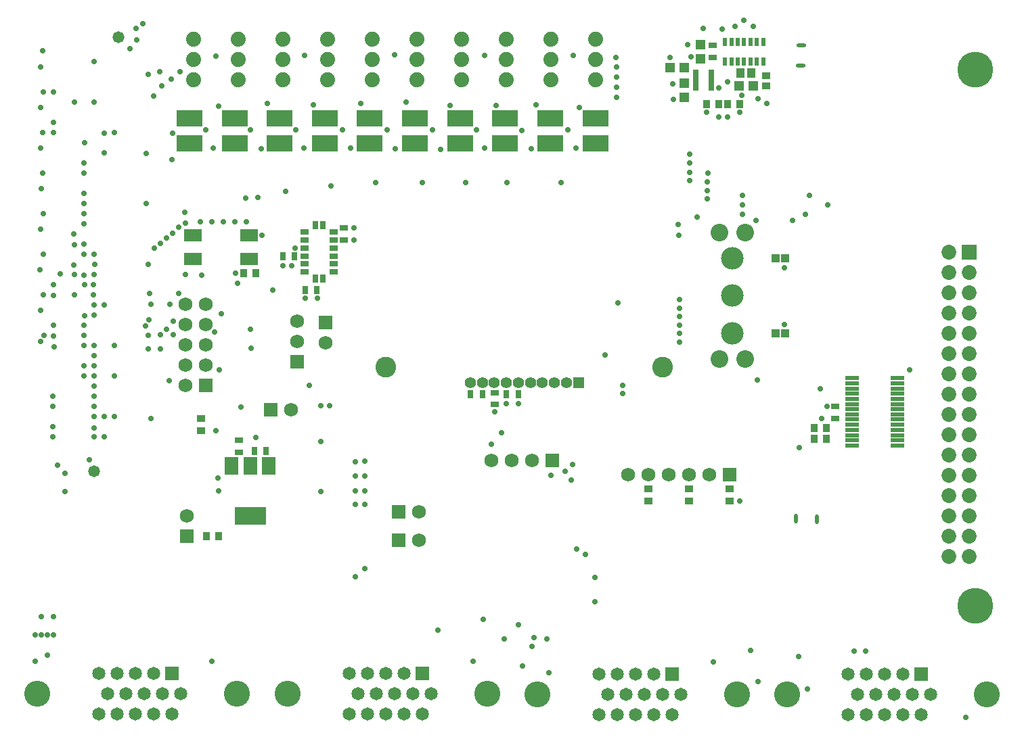
<source format=gts>
G04*
G04 #@! TF.GenerationSoftware,Altium Limited,Altium Designer,20.0.10 (225)*
G04*
G04 Layer_Color=8388736*
%FSLAX25Y25*%
%MOIN*%
G70*
G01*
G75*
%ADD19R,0.12800X0.08400*%
%ADD20R,0.02729X0.02572*%
%ADD21R,0.06600X0.02200*%
%ADD22R,0.06706X0.08674*%
%ADD23R,0.15761X0.08674*%
%ADD24R,0.04200X0.03000*%
%ADD25R,0.03000X0.04200*%
%ADD26R,0.08674X0.06312*%
%ADD27R,0.02375X0.04107*%
%ADD28R,0.02572X0.04147*%
%ADD29R,0.04147X0.02572*%
%ADD30R,0.03950X0.04343*%
%ADD31R,0.03556X0.04343*%
%ADD32R,0.04147X0.03556*%
%ADD33R,0.05131X0.05131*%
%ADD34R,0.05131X0.05131*%
%ADD35R,0.04343X0.04737*%
%ADD36R,0.04343X0.03556*%
%ADD37C,0.05800*%
%ADD38C,0.10249*%
%ADD39C,0.05556*%
%ADD40R,0.05556X0.05556*%
%ADD41C,0.12800*%
%ADD42C,0.06500*%
%ADD43R,0.06500X0.06500*%
%ADD44C,0.07400*%
%ADD45C,0.08700*%
%ADD46C,0.11100*%
%ADD47O,0.01800X0.04800*%
%ADD48O,0.04800X0.01800*%
%ADD49C,0.07296*%
%ADD50R,0.07296X0.07296*%
%ADD51R,0.06902X0.06902*%
%ADD52C,0.06902*%
%ADD53C,0.17700*%
%ADD54R,0.06902X0.06902*%
%ADD55C,0.02800*%
D19*
X88900Y345200D02*
D03*
Y332600D02*
D03*
X111111Y345200D02*
D03*
Y332600D02*
D03*
X133322Y345200D02*
D03*
Y332600D02*
D03*
X155533Y345200D02*
D03*
Y332600D02*
D03*
X177744Y345200D02*
D03*
Y332600D02*
D03*
X199955Y345200D02*
D03*
Y332600D02*
D03*
X222167Y345200D02*
D03*
Y332600D02*
D03*
X244378Y345200D02*
D03*
Y332600D02*
D03*
X266589Y345200D02*
D03*
Y332600D02*
D03*
X288800Y345200D02*
D03*
Y332600D02*
D03*
D20*
X345819Y362720D02*
D03*
Y365280D02*
D03*
Y367839D02*
D03*
Y360161D02*
D03*
X338181Y362720D02*
D03*
Y365280D02*
D03*
Y367839D02*
D03*
Y360161D02*
D03*
D21*
X437500Y183800D02*
D03*
Y186300D02*
D03*
Y188900D02*
D03*
Y191400D02*
D03*
Y194000D02*
D03*
Y196600D02*
D03*
Y199100D02*
D03*
Y201700D02*
D03*
Y204200D02*
D03*
Y206800D02*
D03*
Y209400D02*
D03*
Y211900D02*
D03*
Y214500D02*
D03*
Y217000D02*
D03*
X415300D02*
D03*
Y214500D02*
D03*
Y211900D02*
D03*
Y209400D02*
D03*
Y206800D02*
D03*
Y204200D02*
D03*
Y201700D02*
D03*
Y199100D02*
D03*
Y196600D02*
D03*
Y194000D02*
D03*
Y191400D02*
D03*
Y188900D02*
D03*
Y186300D02*
D03*
Y183800D02*
D03*
D22*
X118800Y173902D02*
D03*
X127855D02*
D03*
X109745D02*
D03*
D23*
X118800Y149098D02*
D03*
D24*
X145706Y289040D02*
D03*
Y285103D02*
D03*
Y281166D02*
D03*
Y277229D02*
D03*
Y273292D02*
D03*
Y269355D02*
D03*
X159806D02*
D03*
Y273292D02*
D03*
Y277229D02*
D03*
Y281166D02*
D03*
Y285103D02*
D03*
Y289040D02*
D03*
D25*
X150787Y266047D02*
D03*
X154724D02*
D03*
Y292347D02*
D03*
X150787D02*
D03*
D26*
X90720Y275594D02*
D03*
Y287405D02*
D03*
X118280D02*
D03*
Y275594D02*
D03*
D27*
X371535Y373224D02*
D03*
X368386D02*
D03*
X365236D02*
D03*
X362087D02*
D03*
X358937D02*
D03*
X355787D02*
D03*
X352638D02*
D03*
Y382634D02*
D03*
X355787D02*
D03*
X358937D02*
D03*
X362087D02*
D03*
X365236D02*
D03*
X368386D02*
D03*
X371535D02*
D03*
D28*
X126753Y181200D02*
D03*
X120847D02*
D03*
X145835Y260547D02*
D03*
X151740D02*
D03*
X140740Y277047D02*
D03*
X134835D02*
D03*
X250800Y209000D02*
D03*
X244895D02*
D03*
X227347Y209100D02*
D03*
X233253D02*
D03*
D29*
X113100Y186353D02*
D03*
Y180447D02*
D03*
X407000Y202953D02*
D03*
Y197047D02*
D03*
X165000Y290953D02*
D03*
Y285047D02*
D03*
X346500Y380953D02*
D03*
Y375047D02*
D03*
X239300Y203947D02*
D03*
Y209853D02*
D03*
D30*
X377438Y276100D02*
D03*
X382162D02*
D03*
X377438Y239100D02*
D03*
X382162D02*
D03*
D31*
X359953Y352000D02*
D03*
X354047D02*
D03*
X343547Y352000D02*
D03*
X349453D02*
D03*
X103153Y139100D02*
D03*
X97247D02*
D03*
X115547Y268700D02*
D03*
X121453D02*
D03*
X396547Y187000D02*
D03*
X402453D02*
D03*
X402453Y192500D02*
D03*
X396547D02*
D03*
D32*
X373000Y361039D02*
D03*
Y365961D02*
D03*
D33*
X340500Y374457D02*
D03*
Y381543D02*
D03*
X332500Y362543D02*
D03*
Y355457D02*
D03*
D34*
X359457Y361000D02*
D03*
X366543D02*
D03*
X332543Y370000D02*
D03*
X325457D02*
D03*
D35*
X365657Y367500D02*
D03*
X360343D02*
D03*
D36*
X355000Y156547D02*
D03*
Y162453D02*
D03*
X335000Y156547D02*
D03*
Y162453D02*
D03*
X315000Y156547D02*
D03*
Y162453D02*
D03*
X94500Y196953D02*
D03*
Y191047D02*
D03*
D37*
X42000Y170949D02*
D03*
X54008Y385051D02*
D03*
D38*
X321957Y222277D02*
D03*
X185737D02*
D03*
D39*
X227272Y214600D02*
D03*
X233178D02*
D03*
X239084D02*
D03*
X244989D02*
D03*
X250894D02*
D03*
X256800D02*
D03*
X262705D02*
D03*
X268611D02*
D03*
X274517D02*
D03*
D40*
X280422D02*
D03*
D41*
X383200Y61100D02*
D03*
X481600D02*
D03*
X260300Y61000D02*
D03*
X358700D02*
D03*
X14000Y61500D02*
D03*
X112400D02*
D03*
X137300D02*
D03*
X235700D02*
D03*
D42*
X413400Y51100D02*
D03*
X422400D02*
D03*
X431400D02*
D03*
X440400D02*
D03*
X449400D02*
D03*
X417900Y61100D02*
D03*
X426900D02*
D03*
X435900D02*
D03*
X444900D02*
D03*
X453900D02*
D03*
X413400Y71100D02*
D03*
X422400D02*
D03*
X431400D02*
D03*
X440400D02*
D03*
X290500Y51000D02*
D03*
X299500D02*
D03*
X308500D02*
D03*
X317500D02*
D03*
X326500D02*
D03*
X295000Y61000D02*
D03*
X304000D02*
D03*
X313000D02*
D03*
X322000D02*
D03*
X331000D02*
D03*
X290500Y71000D02*
D03*
X299500D02*
D03*
X308500D02*
D03*
X317500D02*
D03*
X44200Y51500D02*
D03*
X53200D02*
D03*
X62200D02*
D03*
X71200D02*
D03*
X80200D02*
D03*
X48700Y61500D02*
D03*
X57700D02*
D03*
X66700D02*
D03*
X75700D02*
D03*
X84700D02*
D03*
X44200Y71500D02*
D03*
X53200D02*
D03*
X62200D02*
D03*
X71200D02*
D03*
X167500Y51500D02*
D03*
X176500D02*
D03*
X185500D02*
D03*
X194500D02*
D03*
X203500D02*
D03*
X172000Y61500D02*
D03*
X181000D02*
D03*
X190000D02*
D03*
X199000D02*
D03*
X208000D02*
D03*
X167500Y71500D02*
D03*
X176500D02*
D03*
X185500D02*
D03*
X194500D02*
D03*
D43*
X449400Y71100D02*
D03*
X326500Y71000D02*
D03*
X80200Y71500D02*
D03*
X203500D02*
D03*
D44*
X90800Y374153D02*
D03*
Y384153D02*
D03*
Y364153D02*
D03*
X112800Y374153D02*
D03*
Y384153D02*
D03*
Y364153D02*
D03*
X134800Y374153D02*
D03*
Y384153D02*
D03*
Y364153D02*
D03*
X156800Y374153D02*
D03*
Y384153D02*
D03*
Y364153D02*
D03*
X178800Y374153D02*
D03*
Y384153D02*
D03*
Y364153D02*
D03*
X200800Y374153D02*
D03*
Y384153D02*
D03*
Y364153D02*
D03*
X222800Y374153D02*
D03*
Y384153D02*
D03*
Y364153D02*
D03*
X244800Y374153D02*
D03*
Y384153D02*
D03*
Y364153D02*
D03*
X266800Y374153D02*
D03*
Y384153D02*
D03*
Y364153D02*
D03*
X288800Y374153D02*
D03*
Y384153D02*
D03*
Y364153D02*
D03*
D45*
X362600Y226500D02*
D03*
X350000D02*
D03*
Y288700D02*
D03*
X362600D02*
D03*
D46*
X356300Y239100D02*
D03*
Y276100D02*
D03*
Y257600D02*
D03*
D47*
X387700Y147600D02*
D03*
X397900Y147300D02*
D03*
D48*
X390200Y381200D02*
D03*
X389900Y371000D02*
D03*
D49*
X463000Y129000D02*
D03*
Y139000D02*
D03*
Y149000D02*
D03*
Y159000D02*
D03*
X473000Y129000D02*
D03*
Y139000D02*
D03*
Y149000D02*
D03*
Y159000D02*
D03*
X463000Y209000D02*
D03*
X473000D02*
D03*
X463000Y229000D02*
D03*
X473000D02*
D03*
X463000Y249000D02*
D03*
X473000D02*
D03*
X463000Y269000D02*
D03*
X473000D02*
D03*
X463000Y279000D02*
D03*
X473000Y259000D02*
D03*
X463000D02*
D03*
X473000Y239000D02*
D03*
X463000D02*
D03*
X473000Y219000D02*
D03*
X463000D02*
D03*
X473000Y199000D02*
D03*
X463000D02*
D03*
X473000Y189000D02*
D03*
X463000D02*
D03*
X473000Y179000D02*
D03*
X463000D02*
D03*
X473000Y169000D02*
D03*
X463000D02*
D03*
D50*
X473000Y279000D02*
D03*
D51*
X87700Y139100D02*
D03*
X97000Y213500D02*
D03*
X142000Y225000D02*
D03*
X156000Y244500D02*
D03*
D52*
X87700Y149100D02*
D03*
X97000Y223500D02*
D03*
Y233500D02*
D03*
Y243500D02*
D03*
Y253500D02*
D03*
X87000Y213500D02*
D03*
Y223500D02*
D03*
Y233500D02*
D03*
Y243500D02*
D03*
Y253500D02*
D03*
X139000Y201500D02*
D03*
X237500Y176500D02*
D03*
X247500D02*
D03*
X257500D02*
D03*
X142000Y235000D02*
D03*
Y245000D02*
D03*
X156000Y234500D02*
D03*
X202000Y137100D02*
D03*
Y151000D02*
D03*
X305000Y169500D02*
D03*
X315000D02*
D03*
X325000D02*
D03*
X335000D02*
D03*
X345000D02*
D03*
D53*
X476000Y369000D02*
D03*
Y104700D02*
D03*
D54*
X129000Y201500D02*
D03*
X267500Y176500D02*
D03*
X192000Y137100D02*
D03*
Y151000D02*
D03*
X355000Y169500D02*
D03*
D55*
X69346Y258700D02*
D03*
X83500D02*
D03*
X101800Y375653D02*
D03*
X68500Y238100D02*
D03*
X351300Y389000D02*
D03*
X326900Y362200D02*
D03*
X164225Y339275D02*
D03*
X299028Y375128D02*
D03*
X230133Y339353D02*
D03*
X334400Y381500D02*
D03*
X373300Y352500D02*
D03*
X360000Y348000D02*
D03*
X368900Y354800D02*
D03*
X239300Y200300D02*
D03*
X389100Y182900D02*
D03*
X158700Y311600D02*
D03*
X180600Y313400D02*
D03*
X399700Y211800D02*
D03*
X385850Y294650D02*
D03*
X392200Y297900D02*
D03*
X403100Y302500D02*
D03*
X242600Y190100D02*
D03*
X153600Y161000D02*
D03*
Y185900D02*
D03*
X368441Y216141D02*
D03*
X288500Y106600D02*
D03*
X329900Y287400D02*
D03*
X329600Y292800D02*
D03*
X339000Y296500D02*
D03*
X69800Y253500D02*
D03*
X59500Y379400D02*
D03*
X330200Y239040D02*
D03*
Y234900D02*
D03*
Y243180D02*
D03*
Y247320D02*
D03*
Y251460D02*
D03*
Y255600D02*
D03*
X299970Y253970D02*
D03*
X112700Y263600D02*
D03*
X121500Y187800D02*
D03*
X327400Y354500D02*
D03*
X361000Y356500D02*
D03*
X335900Y375500D02*
D03*
X80600Y337600D02*
D03*
X257500Y84700D02*
D03*
X368000Y294800D02*
D03*
X394100Y307000D02*
D03*
X361200Y297900D02*
D03*
Y302500D02*
D03*
Y307200D02*
D03*
X153600Y203500D02*
D03*
X52000Y338000D02*
D03*
X46900Y337900D02*
D03*
X41976Y352976D02*
D03*
X68500Y366600D02*
D03*
X32352Y352952D02*
D03*
X22000Y358000D02*
D03*
X62800Y383800D02*
D03*
X65982Y391818D02*
D03*
X259500Y351800D02*
D03*
X239900Y351400D02*
D03*
X217300D02*
D03*
X186370Y339530D02*
D03*
X195500Y353200D02*
D03*
X173100Y352300D02*
D03*
X150000Y351700D02*
D03*
X127100Y352300D02*
D03*
X212700Y329600D02*
D03*
X280900Y350400D02*
D03*
X279200Y330300D02*
D03*
X257100Y330200D02*
D03*
X234400Y330400D02*
D03*
X190300Y330100D02*
D03*
X224800Y313400D02*
D03*
X203700D02*
D03*
X299200Y355250D02*
D03*
Y370287D02*
D03*
Y365275D02*
D03*
Y360262D02*
D03*
X145500Y376100D02*
D03*
X168200Y330400D02*
D03*
X145300Y330300D02*
D03*
X119070Y339322D02*
D03*
X124400Y330200D02*
D03*
X100700Y330300D02*
D03*
X103200Y351200D02*
D03*
X96900Y339400D02*
D03*
X271900Y313400D02*
D03*
X245265D02*
D03*
X136400Y309000D02*
D03*
X122700Y306100D02*
D03*
X116500Y305800D02*
D03*
X86500Y298600D02*
D03*
X208700Y339500D02*
D03*
X111125Y294200D02*
D03*
X116800D02*
D03*
X252600Y339100D02*
D03*
X105450Y294200D02*
D03*
X71100Y356100D02*
D03*
X75152Y360952D02*
D03*
X79900Y364400D02*
D03*
X84311Y367991D02*
D03*
X94100Y294200D02*
D03*
X99775D02*
D03*
X111600Y268600D02*
D03*
X87000Y268000D02*
D03*
X83500Y291500D02*
D03*
X80500Y288500D02*
D03*
X77500Y286000D02*
D03*
X74500Y283500D02*
D03*
X42000Y188000D02*
D03*
X39600Y176700D02*
D03*
X41945Y192555D02*
D03*
X80300Y324900D02*
D03*
X141281Y339322D02*
D03*
X277039Y166650D02*
D03*
X170600Y119000D02*
D03*
X288500Y118800D02*
D03*
X279600Y132700D02*
D03*
X114319Y202575D02*
D03*
X41600Y263000D02*
D03*
X15500Y235200D02*
D03*
X17100Y238200D02*
D03*
X22000Y237900D02*
D03*
X21800Y243100D02*
D03*
X15500Y250500D02*
D03*
X16900Y258000D02*
D03*
X21900Y257900D02*
D03*
X22000Y263100D02*
D03*
X15400Y270500D02*
D03*
X31900Y272700D02*
D03*
X32300Y268000D02*
D03*
X37000Y267700D02*
D03*
X42200Y273000D02*
D03*
X42000Y268100D02*
D03*
X402900Y203000D02*
D03*
X266000Y71900D02*
D03*
X252900Y75100D02*
D03*
X471200Y49900D02*
D03*
X368900Y67400D02*
D03*
X16500Y378500D02*
D03*
X16799Y358116D02*
D03*
X37100Y333100D02*
D03*
X67600Y303000D02*
D03*
X37100Y263100D02*
D03*
X52000Y198200D02*
D03*
X360000Y156500D02*
D03*
X46800Y253100D02*
D03*
X68800Y245700D02*
D03*
X51800Y218000D02*
D03*
Y233150D02*
D03*
X67327Y242902D02*
D03*
X47000Y188000D02*
D03*
X42000Y278000D02*
D03*
X37000Y303000D02*
D03*
X37040Y322960D02*
D03*
X42000Y373000D02*
D03*
X400200Y197100D02*
D03*
X175300Y123100D02*
D03*
X103100Y161400D02*
D03*
X103000Y167600D02*
D03*
X170700Y154700D02*
D03*
X175300Y154800D02*
D03*
X175400Y161400D02*
D03*
X170600Y161300D02*
D03*
X344100Y318200D02*
D03*
X335168Y327407D02*
D03*
X335100Y323100D02*
D03*
Y318500D02*
D03*
Y314300D02*
D03*
X344000Y313900D02*
D03*
Y309300D02*
D03*
Y305500D02*
D03*
X86800Y293300D02*
D03*
X357500Y390550D02*
D03*
X361800Y393500D02*
D03*
X366500Y390500D02*
D03*
X416262Y82524D02*
D03*
X421962Y82324D02*
D03*
X365400Y82800D02*
D03*
X393400Y63800D02*
D03*
X388762Y79724D02*
D03*
X74107Y368093D02*
D03*
X62500Y389300D02*
D03*
X17000Y298000D02*
D03*
X25300Y268236D02*
D03*
X22000Y338000D02*
D03*
X32200Y282900D02*
D03*
X32000Y288000D02*
D03*
X347000Y77000D02*
D03*
X170600Y168800D02*
D03*
X170700Y175900D02*
D03*
X175400Y168800D02*
D03*
X175300Y176200D02*
D03*
X158000Y203500D02*
D03*
X119300Y231600D02*
D03*
X118800Y241000D02*
D03*
X145787Y256250D02*
D03*
X104500Y248871D02*
D03*
X101163Y239663D02*
D03*
X79282Y253482D02*
D03*
X41700Y258000D02*
D03*
X32300Y258054D02*
D03*
X79000Y215600D02*
D03*
X37100Y247900D02*
D03*
X15500Y330500D02*
D03*
X16000Y310500D02*
D03*
X17000Y278000D02*
D03*
X16500Y318000D02*
D03*
X15500Y290500D02*
D03*
X68500Y231450D02*
D03*
X74561D02*
D03*
X129800Y260400D02*
D03*
X139287Y272547D02*
D03*
X67600Y327600D02*
D03*
X94800Y267600D02*
D03*
X275400Y339400D02*
D03*
X284000Y130000D02*
D03*
X267000Y169000D02*
D03*
X277500Y174500D02*
D03*
X273965Y171000D02*
D03*
X148000Y213500D02*
D03*
X102000Y191000D02*
D03*
X42015Y208000D02*
D03*
X103500Y221000D02*
D03*
X37000Y218018D02*
D03*
X42000Y218000D02*
D03*
X37000Y233000D02*
D03*
X70000Y197000D02*
D03*
X42000Y203000D02*
D03*
X47000Y198000D02*
D03*
X42000Y213000D02*
D03*
X211229Y92607D02*
D03*
X233500Y98000D02*
D03*
X251000Y95500D02*
D03*
X258500Y89000D02*
D03*
X244000Y88500D02*
D03*
X265000D02*
D03*
X151764Y256274D02*
D03*
X354047Y345744D02*
D03*
X37000Y308000D02*
D03*
Y318000D02*
D03*
X68500Y273000D02*
D03*
X81000Y238500D02*
D03*
Y245000D02*
D03*
X302250Y213500D02*
D03*
Y209550D02*
D03*
X37000Y278000D02*
D03*
Y283000D02*
D03*
Y293000D02*
D03*
Y298000D02*
D03*
X293498Y228502D02*
D03*
X349437Y345634D02*
D03*
X349500Y360000D02*
D03*
X354000Y363000D02*
D03*
X325500Y375000D02*
D03*
X41982Y232982D02*
D03*
X37000Y238000D02*
D03*
X74500Y238500D02*
D03*
X77500Y241000D02*
D03*
X71500Y281000D02*
D03*
X37000Y223000D02*
D03*
X228500Y77273D02*
D03*
X100000Y77500D02*
D03*
X16000Y99500D02*
D03*
X22000D02*
D03*
X21997Y90376D02*
D03*
X19000Y90500D02*
D03*
X13000D02*
D03*
X16000D02*
D03*
X19000Y80500D02*
D03*
X13000Y77500D02*
D03*
X124500Y287500D02*
D03*
X27597Y169965D02*
D03*
X27500Y161036D02*
D03*
X24000Y174000D02*
D03*
X170000Y285000D02*
D03*
X42000Y198000D02*
D03*
X21700Y193000D02*
D03*
Y188000D02*
D03*
Y208000D02*
D03*
Y203000D02*
D03*
X22100Y232466D02*
D03*
X16750Y338000D02*
D03*
X37000Y243000D02*
D03*
X47000Y328000D02*
D03*
X22000Y343000D02*
D03*
X15500Y370500D02*
D03*
Y350500D02*
D03*
X42000Y228000D02*
D03*
X237500Y184500D02*
D03*
X250800Y204500D02*
D03*
X382000Y271500D02*
D03*
Y243500D02*
D03*
X42000Y253000D02*
D03*
Y248000D02*
D03*
Y223000D02*
D03*
X244800Y204500D02*
D03*
X343500Y348000D02*
D03*
X443500Y221000D02*
D03*
X170000Y291000D02*
D03*
X341803Y389461D02*
D03*
X140787Y281047D02*
D03*
X134787Y272547D02*
D03*
X189800Y376238D02*
D03*
X234300Y376153D02*
D03*
X277800D02*
D03*
M02*

</source>
